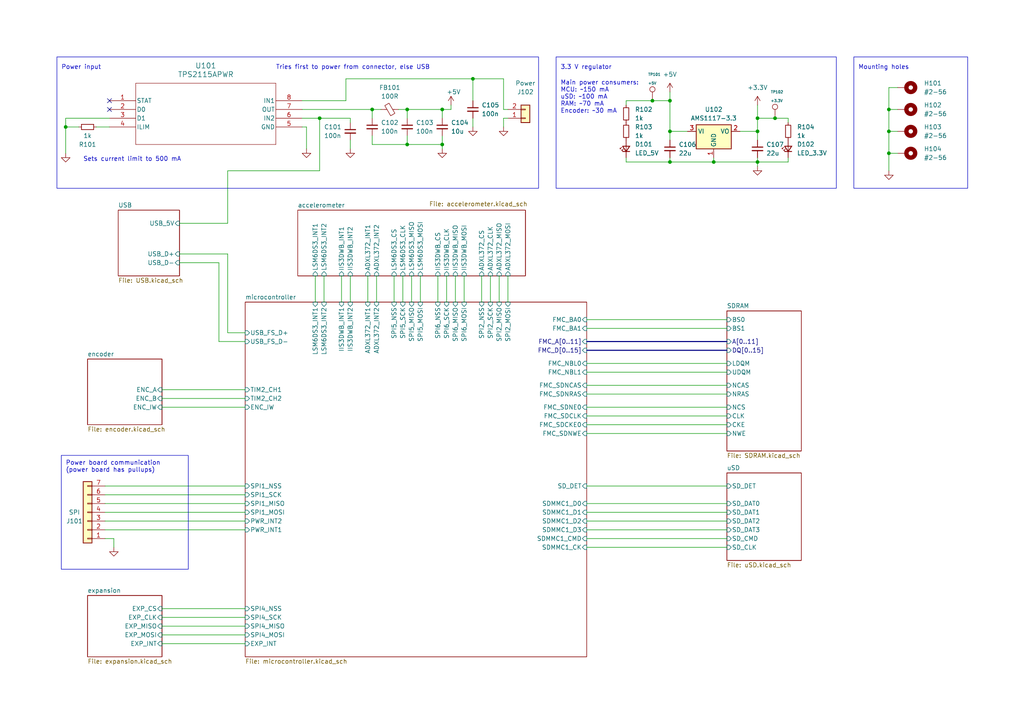
<source format=kicad_sch>
(kicad_sch (version 20231120) (generator "eeschema") (generator_version "8.0")
  (paper "A4")
  (lib_symbols
    (symbol "ActiveImpactor_Control:TPS2115APWR" (pin_names (offset 0.254))
      (property "Reference" "U" (at 27.94 10.16 0))
      (property "Value" "TPS2115APWR" (at 27.94 7.62 0))
      (symbol "TPS2115APWR_0_1"
        (polyline (pts (xy 7.62 -12.7) (xy 48.26 -12.7)) (stroke (width 0.127)))
        (polyline (pts (xy 7.62 5.08) (xy 7.62 -12.7)) (stroke (width 0.127)))
        (polyline (pts (xy 48.26 -12.7) (xy 48.26 5.08)) (stroke (width 0.127)))
        (polyline (pts (xy 48.26 5.08) (xy 7.62 5.08)) (stroke (width 0.127)))
        (pin output line (at 0 0 0) (length 7.62) (name "STAT") (number "1"))
        (pin input line (at 0 -2.54 0) (length 7.62) (name "D0") (number "2"))
        (pin input line (at 0 -5.08 0) (length 7.62) (name "D1") (number "3"))
        (pin input line (at 0 -7.62 0) (length 7.62) (name "ILIM") (number "4"))
        (pin power_in line (at 55.88 -7.62 180) (length 7.62) (name "GND") (number "5"))
        (pin input line (at 55.88 -5.08 180) (length 7.62) (name "IN2") (number "6"))
        (pin output line (at 55.88 -2.54 180) (length 7.62) (name "OUT") (number "7"))
        (pin input line (at 55.88 0 180) (length 7.62) (name "IN1") (number "8"))
      )
    )
    (symbol "Connector:TestPoint" (pin_numbers hide) (pin_names (offset 0.762) hide)
      (property "Reference" "TP" (at 0 6.858 0))
      (property "Value" "TestPoint" (at 0 5.08 0))
      (symbol "TestPoint_0_1"
        (circle (center 0 3.302) (radius 0.762))
      )
      (symbol "TestPoint_1_1"
        (pin passive line (at 0 0 90) (length 2.54) (name "1") (number "1"))
      )
    )
    (symbol "Connector_Generic:Conn_01x02" (pin_names (offset 1.016) hide)
      (property "Reference" "J" (at 0 2.54 0))
      (property "Value" "Conn_01x02" (at 0 -5.08 0))
      (symbol "Conn_01x02_1_1"
        (rectangle (start -1.27 -2.413) (end 0 -2.667) (stroke (width 0.1524)))
        (rectangle (start -1.27 0.127) (end 0 -0.127) (stroke (width 0.1524)))
        (rectangle (start -1.27 1.27) (end 1.27 -3.81) (stroke (width 0.254)) (fill (type background)))
        (pin passive line (at -5.08 0 0) (length 3.81) (name "Pin_1") (number "1"))
        (pin passive line (at -5.08 -2.54 0) (length 3.81) (name "Pin_2") (number "2"))
      )
    )
    (symbol "Connector_Generic:Conn_01x07" (pin_names (offset 1.016) hide)
      (property "Reference" "J" (at 0 10.16 0))
      (property "Value" "Conn_01x07" (at 0 -10.16 0))
      (symbol "Conn_01x07_1_1"
        (rectangle (start -1.27 -7.493) (end 0 -7.747) (stroke (width 0.1524)))
        (rectangle (start -1.27 -4.953) (end 0 -5.207) (stroke (width 0.1524)))
        (rectangle (start -1.27 -2.413) (end 0 -2.667) (stroke (width 0.1524)))
        (rectangle (start -1.27 0.127) (end 0 -0.127) (stroke (width 0.1524)))
        (rectangle (start -1.27 2.667) (end 0 2.413) (stroke (width 0.1524)))
        (rectangle (start -1.27 5.207) (end 0 4.953) (stroke (width 0.1524)))
        (rectangle (start -1.27 7.747) (end 0 7.493) (stroke (width 0.1524)))
        (rectangle (start -1.27 8.89) (end 1.27 -8.89) (stroke (width 0.254)) (fill (type background)))
        (pin passive line (at -5.08 7.62 0) (length 3.81) (name "Pin_1") (number "1"))
        (pin passive line (at -5.08 5.08 0) (length 3.81) (name "Pin_2") (number "2"))
        (pin passive line (at -5.08 2.54 0) (length 3.81) (name "Pin_3") (number "3"))
        (pin passive line (at -5.08 0 0) (length 3.81) (name "Pin_4") (number "4"))
        (pin passive line (at -5.08 -2.54 0) (length 3.81) (name "Pin_5") (number "5"))
        (pin passive line (at -5.08 -5.08 0) (length 3.81) (name "Pin_6") (number "6"))
        (pin passive line (at -5.08 -7.62 0) (length 3.81) (name "Pin_7") (number "7"))
      )
    )
    (symbol "Device:C_Small" (pin_numbers hide) (pin_names (offset 0.254) hide)
      (property "Reference" "C" (at 0.254 1.778 0))
      (property "Value" "C_Small" (at 0.254 -2.032 0))
      (symbol "C_Small_0_1"
        (polyline (pts (xy -1.524 -0.508) (xy 1.524 -0.508)) (stroke (width 0.3302)))
        (polyline (pts (xy -1.524 0.508) (xy 1.524 0.508)) (stroke (width 0.3048)))
      )
      (symbol "C_Small_1_1"
        (pin passive line (at 0 2.54 270) (length 2.032) (name "~") (number "1"))
        (pin passive line (at 0 -2.54 90) (length 2.032) (name "~") (number "2"))
      )
    )
    (symbol "Device:FerriteBead_Small" (pin_numbers hide) (pin_names (offset 0))
      (property "Reference" "FB" (at 1.905 1.27 0))
      (property "Value" "FerriteBead_Small" (at 1.905 -1.27 0))
      (symbol "FerriteBead_Small_0_1"
        (polyline (pts (xy 0 -1.27) (xy 0 -0.7874)))
        (polyline (pts (xy 0 0.889) (xy 0 1.2954)))
        (polyline (pts (xy -1.8288 0.2794) (xy -1.1176 1.4986) (xy 1.8288 -0.2032) (xy 1.1176 -1.4224) (xy -1.8288 0.2794)))
      )
      (symbol "FerriteBead_Small_1_1"
        (pin passive line (at 0 2.54 270) (length 1.27) (name "~") (number "1"))
        (pin passive line (at 0 -2.54 90) (length 1.27) (name "~") (number "2"))
      )
    )
    (symbol "Device:LED_Small" (pin_numbers hide) (pin_names (offset 0.254) hide)
      (property "Reference" "D" (at -1.27 3.175 0))
      (property "Value" "LED_Small" (at -4.445 -2.54 0))
      (symbol "LED_Small_0_1"
        (polyline (pts (xy -0.762 -1.016) (xy -0.762 1.016)) (stroke (width 0.254)))
        (polyline (pts (xy 1.016 0) (xy -0.762 0)))
        (polyline (pts (xy 0.762 -1.016) (xy -0.762 0) (xy 0.762 1.016) (xy 0.762 -1.016)) (stroke (width 0.254)))
        (polyline (pts (xy 0 0.762) (xy -0.508 1.27) (xy -0.254 1.27) (xy -0.508 1.27) (xy -0.508 1.016)))
        (polyline (pts (xy 0.508 1.27) (xy 0 1.778) (xy 0.254 1.778) (xy 0 1.778) (xy 0 1.524)))
      )
      (symbol "LED_Small_1_1"
        (pin passive line (at -2.54 0 0) (length 1.778) (name "K") (number "1"))
        (pin passive line (at 2.54 0 180) (length 1.778) (name "A") (number "2"))
      )
    )
    (symbol "Device:R_Small" (pin_numbers hide) (pin_names (offset 0.254) hide)
      (property "Reference" "R" (at 0.762 0.508 0))
      (property "Value" "R_Small" (at 0.762 -1.016 0))
      (symbol "R_Small_0_1"
        (rectangle (start -0.762 1.778) (end 0.762 -1.778) (stroke (width 0.2032)))
      )
      (symbol "R_Small_1_1"
        (pin passive line (at 0 2.54 270) (length 0.762) (name "~") (number "1"))
        (pin passive line (at 0 -2.54 90) (length 0.762) (name "~") (number "2"))
      )
    )
    (symbol "Mechanical:MountingHole_Pad" (pin_numbers hide) (pin_names (offset 1.016) hide)
      (property "Reference" "H" (at 0 6.35 0))
      (property "Value" "MountingHole_Pad" (at 0 4.445 0))
      (symbol "MountingHole_Pad_0_1"
        (circle (center 0 1.27) (radius 1.27) (stroke (width 1.27)))
      )
      (symbol "MountingHole_Pad_1_1"
        (pin input line (at 0 -2.54 90) (length 2.54) (name "1") (number "1"))
      )
    )
    (symbol "Regulator_Linear:AMS1117-3.3"
      (property "Reference" "U" (at -3.81 3.175 0))
      (property "Value" "AMS1117-3.3" (at 0 3.175 0))
      (symbol "AMS1117-3.3_0_1"
        (rectangle (start -5.08 -5.08) (end 5.08 1.905) (stroke (width 0.254)) (fill (type background)))
      )
      (symbol "AMS1117-3.3_1_1"
        (pin power_in line (at 0 -7.62 90) (length 2.54) (name "GND") (number "1"))
        (pin power_out line (at 7.62 0 180) (length 2.54) (name "VO") (number "2"))
        (pin power_in line (at -7.62 0 0) (length 2.54) (name "VI") (number "3"))
      )
    )
    (symbol "power:+3.3V" (power) (pin_names (offset 0))
      (property "Value" "+3.3V" (at 0 3.556 0))
      (symbol "+3.3V_0_1"
        (polyline (pts (xy -0.762 1.27) (xy 0 2.54)))
        (polyline (pts (xy 0 0) (xy 0 2.54)))
        (polyline (pts (xy 0 2.54) (xy 0.762 1.27)))
      )
      (symbol "+3.3V_1_1"
        (pin power_in line (at 0 0 90) (length 0) hide (name "+3.3V") (number "1"))
      )
    )
    (symbol "power:+5V" (power) (pin_names (offset 0))
      (property "Value" "+5V" (at 0 3.556 0))
      (symbol "+5V_0_1"
        (polyline (pts (xy -0.762 1.27) (xy 0 2.54)))
        (polyline (pts (xy 0 0) (xy 0 2.54)))
        (polyline (pts (xy 0 2.54) (xy 0.762 1.27)))
      )
      (symbol "+5V_1_1"
        (pin power_in line (at 0 0 90) (length 0) hide (name "+5V") (number "1"))
      )
    )
    (symbol "power:GND" (power) (pin_names (offset 0))
      (property "Value" "GND" (at 0 -3.81 0))
      (symbol "GND_0_1"
        (polyline (pts (xy 0 0) (xy 0 -1.27) (xy 1.27 -1.27) (xy 0 -2.54) (xy -1.27 -1.27) (xy 0 -1.27)))
      )
      (symbol "GND_1_1"
        (pin power_in line (at 0 0 270) (length 0) hide (name "GND") (number "1"))
      )
    )
  )
  (junction (at 118.11 31.75))
  (junction (at 257.81 44.45))
  (junction (at 92.71 34.29))
  (junction (at 219.71 46.99))
  (junction (at 118.11 41.91))
  (junction (at 137.16 22.86))
  (junction (at 194.31 29.21))
  (junction (at 194.31 38.1))
  (junction (at 128.27 31.75))
  (junction (at 224.79 34.29))
  (junction (at 19.05 36.83))
  (junction (at 219.71 34.29))
  (junction (at 189.23 29.21))
  (junction (at 207.01 46.99))
  (junction (at 257.81 31.75))
  (junction (at 194.31 46.99))
  (junction (at 107.95 31.75))
  (junction (at 257.81 38.1))
  (junction (at 219.71 38.1))
  (junction (at 128.27 41.91))
  (no_connect (at 31.75 31.75))
  (no_connect (at 31.75 29.21))
  (wire (pts (xy 228.6 45.72) (xy 228.6 46.99)))
  (wire (pts (xy 181.61 29.21) (xy 189.23 29.21)))
  (wire (pts (xy 130.81 31.75) (xy 130.81 30.48)))
  (wire (pts (xy 170.18 148.59) (xy 210.82 148.59)))
  (wire (pts (xy 199.39 38.1) (xy 194.31 38.1)))
  (wire (pts (xy 228.6 46.99) (xy 219.71 46.99)))
  (wire (pts (xy 144.78 80.01) (xy 144.78 87.63)))
  (wire (pts (xy 46.99 181.61) (xy 71.12 181.61)))
  (wire (pts (xy 170.18 153.67) (xy 210.82 153.67)))
  (wire (pts (xy 260.35 25.4) (xy 257.81 25.4)))
  (bus (pts (xy 170.18 99.06) (xy 210.82 99.06)))
  (wire (pts (xy 146.05 31.75) (xy 147.32 31.75)))
  (wire (pts (xy 207.01 46.99) (xy 219.71 46.99)))
  (wire (pts (xy 31.75 34.29) (xy 19.05 34.29)))
  (wire (pts (xy 181.61 45.72) (xy 181.61 46.99)))
  (wire (pts (xy 46.99 176.53) (xy 71.12 176.53)))
  (wire (pts (xy 139.7 80.01) (xy 139.7 87.63)))
  (wire (pts (xy 114.3 80.01) (xy 114.3 87.63)))
  (wire (pts (xy 30.48 146.05) (xy 71.12 146.05)))
  (wire (pts (xy 170.18 156.21) (xy 210.82 156.21)))
  (wire (pts (xy 194.31 46.99) (xy 207.01 46.99)))
  (wire (pts (xy 52.07 76.2) (xy 63.5 76.2)))
  (wire (pts (xy 66.04 73.66) (xy 66.04 96.52)))
  (wire (pts (xy 33.02 156.21) (xy 30.48 156.21)))
  (wire (pts (xy 107.95 34.29) (xy 107.95 31.75)))
  (wire (pts (xy 219.71 30.48) (xy 219.71 34.29)))
  (wire (pts (xy 63.5 99.06) (xy 71.12 99.06)))
  (wire (pts (xy 228.6 35.56) (xy 228.6 34.29)))
  (wire (pts (xy 128.27 41.91) (xy 128.27 43.18)))
  (wire (pts (xy 142.24 80.01) (xy 142.24 87.63)))
  (wire (pts (xy 121.92 80.01) (xy 121.92 87.63)))
  (wire (pts (xy 87.63 29.21) (xy 100.33 29.21)))
  (wire (pts (xy 46.99 118.11) (xy 71.12 118.11)))
  (wire (pts (xy 260.35 44.45) (xy 257.81 44.45)))
  (wire (pts (xy 170.18 140.97) (xy 210.82 140.97)))
  (wire (pts (xy 170.18 105.41) (xy 210.82 105.41)))
  (wire (pts (xy 46.99 179.07) (xy 71.12 179.07)))
  (wire (pts (xy 100.33 22.86) (xy 137.16 22.86)))
  (wire (pts (xy 107.95 39.37) (xy 107.95 41.91)))
  (wire (pts (xy 170.18 92.71) (xy 210.82 92.71)))
  (wire (pts (xy 101.6 35.56) (xy 101.6 34.29)))
  (wire (pts (xy 170.18 118.11) (xy 210.82 118.11)))
  (wire (pts (xy 91.44 80.01) (xy 91.44 87.63)))
  (wire (pts (xy 119.38 80.01) (xy 119.38 87.63)))
  (wire (pts (xy 170.18 151.13) (xy 210.82 151.13)))
  (wire (pts (xy 63.5 76.2) (xy 63.5 99.06)))
  (wire (pts (xy 107.95 41.91) (xy 118.11 41.91)))
  (wire (pts (xy 30.48 148.59) (xy 71.12 148.59)))
  (wire (pts (xy 115.57 31.75) (xy 118.11 31.75)))
  (wire (pts (xy 99.06 80.01) (xy 99.06 87.63)))
  (wire (pts (xy 170.18 120.65) (xy 210.82 120.65)))
  (wire (pts (xy 129.54 80.01) (xy 129.54 87.63)))
  (wire (pts (xy 52.07 73.66) (xy 66.04 73.66)))
  (wire (pts (xy 257.81 31.75) (xy 257.81 38.1)))
  (bus (pts (xy 170.18 101.6) (xy 210.82 101.6)))
  (wire (pts (xy 170.18 125.73) (xy 210.82 125.73)))
  (wire (pts (xy 207.01 45.72) (xy 207.01 46.99)))
  (wire (pts (xy 101.6 80.01) (xy 101.6 87.63)))
  (wire (pts (xy 118.11 41.91) (xy 128.27 41.91)))
  (wire (pts (xy 260.35 31.75) (xy 257.81 31.75)))
  (wire (pts (xy 66.04 49.53) (xy 92.71 49.53)))
  (wire (pts (xy 30.48 143.51) (xy 71.12 143.51)))
  (wire (pts (xy 100.33 22.86) (xy 100.33 29.21)))
  (wire (pts (xy 228.6 34.29) (xy 224.79 34.29)))
  (wire (pts (xy 137.16 22.86) (xy 137.16 29.21)))
  (wire (pts (xy 19.05 36.83) (xy 19.05 44.45)))
  (wire (pts (xy 118.11 39.37) (xy 118.11 41.91)))
  (wire (pts (xy 170.18 158.75) (xy 210.82 158.75)))
  (wire (pts (xy 219.71 34.29) (xy 219.71 38.1)))
  (wire (pts (xy 224.79 34.29) (xy 219.71 34.29)))
  (wire (pts (xy 116.84 80.01) (xy 116.84 87.63)))
  (wire (pts (xy 27.94 36.83) (xy 31.75 36.83)))
  (wire (pts (xy 147.32 80.01) (xy 147.32 87.63)))
  (wire (pts (xy 92.71 34.29) (xy 101.6 34.29)))
  (wire (pts (xy 194.31 38.1) (xy 194.31 40.64)))
  (wire (pts (xy 30.48 153.67) (xy 71.12 153.67)))
  (wire (pts (xy 189.23 29.21) (xy 194.31 29.21)))
  (wire (pts (xy 194.31 26.67) (xy 194.31 29.21)))
  (wire (pts (xy 30.48 140.97) (xy 71.12 140.97)))
  (wire (pts (xy 118.11 31.75) (xy 118.11 34.29)))
  (wire (pts (xy 257.81 38.1) (xy 257.81 44.45)))
  (wire (pts (xy 66.04 64.77) (xy 66.04 49.53)))
  (wire (pts (xy 128.27 31.75) (xy 130.81 31.75)))
  (wire (pts (xy 181.61 30.48) (xy 181.61 29.21)))
  (wire (pts (xy 194.31 45.72) (xy 194.31 46.99)))
  (wire (pts (xy 88.9 43.18) (xy 88.9 36.83)))
  (wire (pts (xy 170.18 146.05) (xy 210.82 146.05)))
  (wire (pts (xy 128.27 31.75) (xy 128.27 34.29)))
  (wire (pts (xy 46.99 115.57) (xy 71.12 115.57)))
  (wire (pts (xy 219.71 38.1) (xy 214.63 38.1)))
  (wire (pts (xy 107.95 31.75) (xy 110.49 31.75)))
  (wire (pts (xy 146.05 36.83) (xy 146.05 34.29)))
  (wire (pts (xy 181.61 46.99) (xy 194.31 46.99)))
  (wire (pts (xy 19.05 34.29) (xy 19.05 36.83)))
  (wire (pts (xy 101.6 40.64) (xy 101.6 43.18)))
  (wire (pts (xy 33.02 158.75) (xy 33.02 156.21)))
  (wire (pts (xy 87.63 34.29) (xy 92.71 34.29)))
  (wire (pts (xy 88.9 36.83) (xy 87.63 36.83)))
  (wire (pts (xy 52.07 64.77) (xy 66.04 64.77)))
  (wire (pts (xy 109.22 80.01) (xy 109.22 87.63)))
  (wire (pts (xy 87.63 31.75) (xy 107.95 31.75)))
  (wire (pts (xy 118.11 31.75) (xy 128.27 31.75)))
  (wire (pts (xy 19.05 36.83) (xy 22.86 36.83)))
  (wire (pts (xy 170.18 114.3) (xy 210.82 114.3)))
  (wire (pts (xy 219.71 45.72) (xy 219.71 46.99)))
  (wire (pts (xy 146.05 22.86) (xy 146.05 31.75)))
  (wire (pts (xy 46.99 186.69) (xy 71.12 186.69)))
  (wire (pts (xy 194.31 29.21) (xy 194.31 38.1)))
  (wire (pts (xy 93.98 80.01) (xy 93.98 87.63)))
  (wire (pts (xy 257.81 49.53) (xy 257.81 44.45)))
  (wire (pts (xy 92.71 49.53) (xy 92.71 34.29)))
  (wire (pts (xy 219.71 40.64) (xy 219.71 38.1)))
  (wire (pts (xy 106.68 80.01) (xy 106.68 87.63)))
  (wire (pts (xy 127 80.01) (xy 127 87.63)))
  (wire (pts (xy 128.27 39.37) (xy 128.27 41.91)))
  (wire (pts (xy 257.81 25.4) (xy 257.81 31.75)))
  (wire (pts (xy 137.16 34.29) (xy 137.16 36.83)))
  (wire (pts (xy 132.08 80.01) (xy 132.08 87.63)))
  (wire (pts (xy 46.99 184.15) (xy 71.12 184.15)))
  (wire (pts (xy 260.35 38.1) (xy 257.81 38.1)))
  (wire (pts (xy 134.62 80.01) (xy 134.62 87.63)))
  (wire (pts (xy 146.05 34.29) (xy 147.32 34.29)))
  (wire (pts (xy 146.05 22.86) (xy 137.16 22.86)))
  (wire (pts (xy 66.04 96.52) (xy 71.12 96.52)))
  (wire (pts (xy 170.18 107.95) (xy 210.82 107.95)))
  (wire (pts (xy 170.18 123.19) (xy 210.82 123.19)))
  (wire (pts (xy 46.99 113.03) (xy 71.12 113.03)))
  (wire (pts (xy 170.18 111.76) (xy 210.82 111.76)))
  (wire (pts (xy 219.71 46.99) (xy 219.71 48.26)))
  (wire (pts (xy 170.18 95.25) (xy 210.82 95.25)))
  (wire (pts (xy 30.48 151.13) (xy 71.12 151.13)))
  (rectangle (start 161.29 16.51) (end 242.57 54.61))
  (rectangle (start 247.65 16.51) (end 280.67 54.61))
  (rectangle (start 16.51 16.51) (end 156.21 54.61))
  (rectangle (start 17.78 132.08) (end 54.61 165.1))
  (text "Mounting holes" (at 248.92 20.32 0) (effects (font (size 1.27 1.27)) (justify left bottom)))
  (text "Power input" (at 17.78 20.32 0) (effects (font (size 1.27 1.27)) (justify left bottom)))
  (text "Power board communication\n(power board has pullups)" (at 19.05 137.16 0) (effects (font (size 1.27 1.27)) (justify left bottom)))
  (text "Tries first to power from connector, else USB" (at 80.01 20.32 0) (effects (font (size 1.27 1.27)) (justify left bottom)))
  (text "Main power consumers:\nMCU: ~150 mA\nuSD: ~100 mA\nRAM: ~70 mA\nEncoder: ~30 mA\n" (at 162.56 33.02 0) (effects (font (size 1.27 1.27)) (justify left bottom)))
  (text "3.3 V regulator" (at 162.56 20.32 0) (effects (font (size 1.27 1.27)) (justify left bottom)))
  (text "Sets current limit to 500 mA" (at 24.13 46.99 0) (effects (font (size 1.27 1.27)) (justify left bottom)))
  (symbol (lib_id "power:GND") (at 146.05 36.83 0) (unit 1)
    (property "Reference" "#PWR0108" (effects (hide yes)))
    (property "Value" "GND" (effects (hide yes)))
  )
  (symbol (lib_id "power:GND") (at 219.71 48.26 0) (unit 1)
    (property "Reference" "#PWR0111" (effects (hide yes)))
    (property "Value" "GND" (effects (hide yes)))
  )
  (symbol (lib_id "Device:R_Small") (at 228.6 38.1 0) (unit 1)
    (property "Reference" "R104" (at 231.14 36.83 0) (effects (justify left)))
    (property "Value" "1k" (at 231.14 39.37 0) (effects (justify left)))
    (property "Footprint" "Resistor_SMD:R_0402_1005Metric" (effects (hide yes)))
    (property "LCSC" "C11702" (effects (hide yes)))
  )
  (symbol (lib_id "Mechanical:MountingHole_Pad") (at 262.89 44.45 270) (unit 1) (in_bom no)
    (property "Reference" "H104" (at 267.97 43.18 90) (effects (justify left)))
    (property "Value" "#2-56" (at 267.97 45.72 90) (effects (justify left)))
    (property "Footprint" "MountingHole:MountingHole_2.5mm_Pad" (effects (hide yes)))
  )
  (symbol (lib_id "Device:C_Small") (at 107.95 36.83 0) (unit 1)
    (property "Reference" "C102" (at 110.49 35.56 0) (effects (justify left)))
    (property "Value" "100n" (at 110.49 38.1 0) (effects (justify left)))
    (property "Footprint" "Capacitor_SMD:C_0402_1005Metric" (effects (hide yes)))
    (property "LCSC" "C1525" (effects (hide yes)))
  )
  (symbol (lib_id "Device:LED_Small") (at 228.6 43.18 90) (unit 1)
    (property "Reference" "D102" (at 231.14 41.8465 90) (effects (justify right)))
    (property "Value" "LED_3.3V" (at 231.14 44.3865 90) (effects (justify right)))
    (property "Footprint" "LED_SMD:LED_0603_1608Metric" (effects (hide yes)))
    (property "LCSC" "C965805" (effects (hide yes)))
  )
  (symbol (lib_id "Connector_Generic:Conn_01x02") (at 152.4 34.29 0) (mirror x) (unit 1) (in_bom no)
    (property "Reference" "J102" (at 152.4 26.67 0))
    (property "Value" "Power" (at 152.4 24.13 0))
    (property "Footprint" "Connector_JST:JST_PH_B2B-PH-SM4-TB_1x02-1MP_P2.00mm_Vertical" (effects (hide yes)))
    (property "Digikey" "455-B2B-PH-SM4-TBCT-ND" (effects (hide yes)))
  )
  (symbol (lib_id "Device:FerriteBead_Small") (at 113.03 31.75 270) (mirror x) (unit 1)
    (property "Reference" "FB101" (at 113.0681 25.4 90))
    (property "Value" "100R" (at 113.0681 27.94 90))
    (property "Footprint" "Inductor_SMD:L_0603_1608Metric" (effects (hide yes)))
    (property "LCSC" "C1002" (effects (hide yes)))
  )
  (symbol (lib_id "Device:C_Small") (at 137.16 31.75 0) (unit 1)
    (property "Reference" "C105" (at 139.7 30.4863 0) (effects (justify left)))
    (property "Value" "100n" (at 139.7 33.0263 0) (effects (justify left)))
    (property "Footprint" "Capacitor_SMD:C_0402_1005Metric" (effects (hide yes)))
    (property "LCSC" "C1525" (effects (hide yes)))
  )
  (symbol (lib_id "power:+3.3V") (at 219.71 30.48 0) (unit 1)
    (property "Reference" "#PWR0110" (effects (hide yes)))
    (property "Value" "+3.3V" (at 219.71 25.4 0))
  )
  (symbol (lib_id "Regulator_Linear:AMS1117-3.3") (at 207.01 38.1 0) (unit 1)
    (property "Reference" "U102" (at 207.01 31.75 0))
    (property "Value" "AMS1117-3.3" (at 207.01 34.29 0))
    (property "Footprint" "Package_TO_SOT_SMD:SOT-223-3_TabPin2" (effects (hide yes)))
    (property "Datasheet" "http://www.advanced-monolithic.com/pdf/ds1117.pdf" (effects (hide yes)))
    (property "LCSC" "C6186" (effects (hide yes)))
  )
  (symbol (lib_id "Device:R_Small") (at 181.61 33.02 0) (unit 1)
    (property "Reference" "R102" (at 184.15 31.75 0) (effects (justify left)))
    (property "Value" "1k" (at 184.15 34.29 0) (effects (justify left)))
    (property "Footprint" "Resistor_SMD:R_0402_1005Metric" (effects (hide yes)))
    (property "LCSC" "C11702" (effects (hide yes)))
  )
  (symbol (lib_id "Device:C_Small") (at 194.31 43.18 0) (unit 1)
    (property "Reference" "C106" (at 196.85 41.9163 0) (effects (justify left)))
    (property "Value" "22u" (at 196.85 44.4563 0) (effects (justify left)))
    (property "Footprint" "Capacitor_SMD:C_0603_1608Metric" (effects (hide yes)))
    (property "LCSC" "C2762594" (effects (hide yes)))
  )
  (symbol (lib_id "power:+5V") (at 194.31 26.67 0) (unit 1)
    (property "Reference" "#PWR0109" (effects (hide yes)))
    (property "Value" "+5V" (at 194.31 21.59 0))
  )
  (symbol (lib_id "power:GND") (at 128.27 43.18 0) (unit 1)
    (property "Reference" "#PWR0105" (effects (hide yes)))
    (property "Value" "GND" (effects (hide yes)))
  )
  (symbol (lib_id "ActiveImpactor_Control:TPS2115APWR") (at 31.75 29.21 0) (unit 1)
    (property "Reference" "U101" (at 59.69 19.05 0) (effects (font (size 1.524 1.524))))
    (property "Value" "TPS2115APWR" (at 59.69 21.59 0) (effects (font (size 1.524 1.524))))
    (property "Footprint" "Package_SO:TSSOP-8_4.4x3mm_P0.65mm" (effects (hide yes)))
    (property "LCSC" "C70287" (effects (hide yes)))
  )
  (symbol (lib_id "Connector_Generic:Conn_01x07") (at 25.4 148.59 180) (unit 1) (in_bom no)
    (property "Reference" "J101" (at 21.59 151.13 0))
    (property "Value" "SPI" (at 21.59 148.59 0))
    (property "Footprint" "Connector_JST:JST_SH_BM07B-SRSS-TB_1x07-1MP_P1.00mm_Vertical" (effects (hide yes)))
    (property "Digikey" "455-BM07B-SRSS-TBCT-ND" (effects (hide yes)))
  )
  (symbol (lib_id "power:GND") (at 101.6 43.18 0) (unit 1)
    (property "Reference" "#PWR0104" (effects (hide yes)))
    (property "Value" "GND" (effects (hide yes)))
  )
  (symbol (lib_id "Device:R_Small") (at 181.61 38.1 0) (unit 1)
    (property "Reference" "R103" (at 184.15 36.83 0) (effects (justify left)))
    (property "Value" "1k" (at 184.15 39.37 0) (effects (justify left)))
    (property "Footprint" "Resistor_SMD:R_0402_1005Metric" (effects (hide yes)))
    (property "LCSC" "C11702" (effects (hide yes)))
  )
  (symbol (lib_id "Device:C_Small") (at 118.11 36.83 0) (unit 1)
    (property "Reference" "C103" (at 120.65 35.5663 0) (effects (justify left)))
    (property "Value" "100n" (at 120.65 38.1063 0) (effects (justify left)))
    (property "Footprint" "Capacitor_SMD:C_0402_1005Metric" (effects (hide yes)))
    (property "LCSC" "C1525" (effects (hide yes)))
  )
  (symbol (lib_id "Device:C_Small") (at 219.71 43.18 0) (unit 1)
    (property "Reference" "C107" (at 222.25 41.9163 0) (effects (justify left)))
    (property "Value" "22u" (at 222.25 44.4563 0) (effects (justify left)))
    (property "Footprint" "Capacitor_SMD:C_0603_1608Metric" (effects (hide yes)))
    (property "LCSC" "C2762594" (effects (hide yes)))
  )
  (symbol (lib_id "Device:R_Small") (at 25.4 36.83 270) (mirror x) (unit 1)
    (property "Reference" "R101" (at 25.4 41.91 90))
    (property "Value" "1k" (at 25.4 39.37 90))
    (property "Footprint" "Resistor_SMD:R_0402_1005Metric" (effects (hide yes)))
    (property "LCSC" "C11702" (effects (hide yes)))
  )
  (symbol (lib_id "Device:LED_Small") (at 181.61 43.18 90) (unit 1)
    (property "Reference" "D101" (at 184.15 41.8465 90) (effects (justify right)))
    (property "Value" "LED_5V" (at 184.15 44.3865 90) (effects (justify right)))
    (property "Footprint" "LED_SMD:LED_0603_1608Metric" (effects (hide yes)))
    (property "LCSC" "C965805" (effects (hide yes)))
  )
  (symbol (lib_id "Connector:TestPoint") (at 189.23 29.21 0) (unit 1) (in_bom no)
    (property "Reference" "TP101" (at 187.96 21.59 0) (effects (font (size 0.762 0.762)) (justify left)))
    (property "Value" "+5V" (at 187.96 24.13 0) (effects (font (size 0.762 0.762)) (justify left)))
    (property "Footprint" "TestPoint:TestPoint_Pad_D1.0mm" (effects (hide yes)))
  )
  (symbol (lib_id "power:GND") (at 257.81 49.53 0) (unit 1)
    (property "Reference" "#PWR0112" (effects (hide yes)))
    (property "Value" "GND" (effects (hide yes)))
  )
  (symbol (lib_id "power:GND") (at 88.9 43.18 0) (unit 1)
    (property "Reference" "#PWR0103" (effects (hide yes)))
    (property "Value" "GND" (effects (hide yes)))
  )
  (symbol (lib_id "power:+5V") (at 130.81 30.48 0) (unit 1)
    (property "Reference" "#PWR0106" (effects (hide yes)))
    (property "Value" "+5V" (at 129.54 26.67 0) (effects (justify left)))
  )
  (symbol (lib_id "power:GND") (at 19.05 44.45 0) (unit 1)
    (property "Reference" "#PWR0101" (effects (hide yes)))
    (property "Value" "GND" (effects (hide yes)))
  )
  (symbol (lib_id "Device:C_Small") (at 128.27 36.83 0) (unit 1)
    (property "Reference" "C104" (at 130.81 35.5663 0) (effects (justify left)))
    (property "Value" "10u" (at 130.81 38.1063 0) (effects (justify left)))
    (property "Footprint" "Capacitor_SMD:C_0603_1608Metric" (effects (hide yes)))
    (property "LCSC" "C19702" (effects (hide yes)))
  )
  (symbol (lib_id "Mechanical:MountingHole_Pad") (at 262.89 25.4 270) (unit 1) (in_bom no)
    (property "Reference" "H101" (at 267.97 24.13 90) (effects (justify left)))
    (property "Value" "#2-56" (at 267.97 26.67 90) (effects (justify left)))
    (property "Footprint" "MountingHole:MountingHole_2.5mm_Pad" (effects (hide yes)))
  )
  (symbol (lib_id "power:GND") (at 33.02 158.75 0) (unit 1)
    (property "Reference" "#PWR0102" (effects (hide yes)))
    (property "Value" "GND" (effects (hide yes)))
  )
  (symbol (lib_id "power:GND") (at 137.16 36.83 0) (unit 1)
    (property "Reference" "#PWR0107" (effects (hide yes)))
    (property "Value" "GND" (effects (hide yes)))
  )
  (symbol (lib_id "Mechanical:MountingHole_Pad") (at 262.89 38.1 270) (unit 1) (in_bom no)
    (property "Reference" "H103" (at 267.97 36.83 90) (effects (justify left)))
    (property "Value" "#2-56" (at 267.97 39.37 90) (effects (justify left)))
    (property "Footprint" "MountingHole:MountingHole_2.5mm_Pad" (effects (hide yes)))
  )
  (symbol (lib_id "Connector:TestPoint") (at 224.79 34.29 0) (unit 1) (in_bom no)
    (property "Reference" "TP102" (at 223.52 26.67 0) (effects (font (size 0.762 0.762)) (justify left)))
    (property "Value" "+3.3V" (at 223.52 29.21 0) (effects (font (size 0.762 0.762)) (justify left)))
    (property "Footprint" "TestPoint:TestPoint_Pad_D1.0mm" (effects (hide yes)))
  )
  (symbol (lib_id "Mechanical:MountingHole_Pad") (at 262.89 31.75 270) (unit 1) (in_bom no)
    (property "Reference" "H102" (at 267.97 30.48 90) (effects (justify left)))
    (property "Value" "#2-56" (at 267.97 33.02 90) (effects (justify left)))
    (property "Footprint" "MountingHole:MountingHole_2.5mm_Pad" (effects (hide yes)))
  )
  (symbol (lib_id "Device:C_Small") (at 101.6 38.1 0) (unit 1)
    (property "Reference" "C101" (at 93.98 36.83 0) (effects (justify left)))
    (property "Value" "100n" (at 93.98 39.37 0) (effects (justify left)))
    (property "Footprint" "Capacitor_SMD:C_0402_1005Metric" (effects (hide yes)))
    (property "LCSC" "C1525" (effects (hide yes)))
  )
  (sheet (at 210.82 90.17) (size 21.59 40.64) (stroke (width 0.1524))
    (property "Sheetname" "SDRAM" (at 210.82 89.4584 0) (effects (justify left bottom)))
    (property "Sheetfile" "SDRAM.kicad_sch" (at 210.82 131.3946 0) (effects (justify left top)))
    (pin "BS1" input (at 210.82 95.25 180))
    (pin "BS0" input (at 210.82 92.71 180))
    (pin "CLK" input (at 210.82 120.65 180))
    (pin "NCS" input (at 210.82 118.11 180))
    (pin "A[0..11]" input (at 210.82 99.06 180))
    (pin "DQ[0..15]" input (at 210.82 101.6 180))
    (pin "CKE" input (at 210.82 123.19 180))
    (pin "NCAS" input (at 210.82 111.76 180))
    (pin "UDQM" input (at 210.82 107.95 180))
    (pin "NRAS" input (at 210.82 114.3 180))
    (pin "LDQM" input (at 210.82 105.41 180))
    (pin "NWE" input (at 210.82 125.73 180))
  )
  (sheet (at 25.4 172.72) (size 21.59 17.78) (stroke (width 0.1524))
    (property "Sheetname" "expansion" (at 25.4 172.0084 0) (effects (justify left bottom)))
    (property "Sheetfile" "expansion.kicad_sch" (at 25.4 191.0846 0) (effects (justify left top)))
    (pin "EXP_CLK" input (at 46.99 179.07 0))
    (pin "EXP_CS" input (at 46.99 176.53 0))
    (pin "EXP_MISO" input (at 46.99 181.61 0))
    (pin "EXP_INT" input (at 46.99 186.69 0))
    (pin "EXP_MOSI" input (at 46.99 184.15 0))
  )
  (sheet (at 71.12 87.63) (size 99.06 102.87) (stroke (width 0.1524))
    (property "Sheetname" "microcontroller" (at 71.12 86.9184 0) (effects (justify left bottom)))
    (property "Sheetfile" "microcontroller.kicad_sch" (at 71.12 191.0846 0) (effects (justify left top)))
    (pin "SPI4_NSS" input (at 71.12 176.53 180))
    (pin "USB_FS_D-" input (at 71.12 99.06 180))
    (pin "SPI1_MOSI" input (at 71.12 148.59 180))
    (pin "SPI1_MISO" input (at 71.12 146.05 180))
    (pin "USB_FS_D+" input (at 71.12 96.52 180))
    (pin "SPI1_NSS" input (at 71.12 140.97 180))
    (pin "SDMMC1_D3" input (at 170.18 153.67 0))
    (pin "SDMMC1_CMD" input (at 170.18 156.21 0))
    (pin "SPI6_MOSI" input (at 134.62 87.63 90))
    (pin "SPI6_NSS" input (at 127 87.63 90))
    (pin "FMC_NBL1" input (at 170.18 107.95 0))
    (pin "SPI6_SCK" input (at 129.54 87.63 90))
    (pin "SPI6_MISO" input (at 132.08 87.63 90))
    (pin "FMC_NBL0" input (at 170.18 105.41 0))
    (pin "SPI2_MISO" input (at 144.78 87.63 90))
    (pin "SPI2_MOSI" input (at 147.32 87.63 90))
    (pin "FMC_SDNRAS" input (at 170.18 114.3 0))
    (pin "SD_DET" input (at 170.18 140.97 0))
    (pin "SPI5_NSS" input (at 114.3 87.63 90))
    (pin "SPI5_SCK" input (at 116.84 87.63 90))
    (pin "SDMMC1_D0" input (at 170.18 146.05 0))
    (pin "SPI5_MOSI" input (at 121.92 87.63 90))
    (pin "SDMMC1_D1" input (at 170.18 148.59 0))
    (pin "FMC_SDNWE" input (at 170.18 125.73 0))
    (pin "FMC_SDNE0" input (at 170.18 118.11 0))
    (pin "FMC_SDCKE0" input (at 170.18 123.19 0))
    (pin "ENC_IW" input (at 71.12 118.11 180))
    (pin "ADXL372_INT2" input (at 109.22 87.63 90))
    (pin "PWR_INT1" input (at 71.12 153.67 180))
    (pin "PWR_INT2" input (at 71.12 151.13 180))
    (pin "EXP_INT" input (at 71.12 186.69 180))
    (pin "IIS3DWB_INT1" input (at 99.06 87.63 90))
    (pin "LSM6DS3_INT1" input (at 91.44 87.63 90))
    (pin "IIS3DWB_INT2" input (at 101.6 87.63 90))
    (pin "LSM6DS3_INT2" input (at 93.98 87.63 90))
    (pin "ADXL372_INT1" input (at 106.68 87.63 90))
    (pin "SDMMC1_CK" input (at 170.18 158.75 0))
    (pin "SDMMC1_D2" input (at 170.18 151.13 0))
    (pin "FMC_D[0..15]" input (at 170.18 101.6 0))
    (pin "FMC_SDNCAS" input (at 170.18 111.76 0))
    (pin "SPI1_SCK" input (at 71.12 143.51 180))
    (pin "SPI4_SCK" input (at 71.12 179.07 180))
    (pin "SPI2_NSS" input (at 139.7 87.63 90))
    (pin "SPI4_MISO" input (at 71.12 181.61 180))
    (pin "SPI4_MOSI" input (at 71.12 184.15 180))
    (pin "FMC_BA1" input (at 170.18 95.25 0))
    (pin "FMC_SDCLK" input (at 170.18 120.65 0))
    (pin "FMC_BA0" input (at 170.18 92.71 0))
    (pin "FMC_A[0..11]" input (at 170.18 99.06 0))
    (pin "SPI2_SCK" input (at 142.24 87.63 90))
    (pin "SPI5_MISO" input (at 119.38 87.63 90))
    (pin "TIM2_CH2" input (at 71.12 115.57 180))
    (pin "TIM2_CH1" input (at 71.12 113.03 180))
  )
  (sheet (at 34.29 60.96) (size 17.78 19.05) (stroke (width 0.1524))
    (property "Sheetname" "USB" (at 34.29 60.2484 0) (effects (justify left bottom)))
    (property "Sheetfile" "USB.kicad_sch" (at 34.29 80.5946 0) (effects (justify left top)))
    (pin "USB_5V" input (at 52.07 64.77 0))
    (pin "USB_D+" input (at 52.07 73.66 0))
    (pin "USB_D-" input (at 52.07 76.2 0))
  )
  (sheet (at 86.36 60.96) (size 66.04 19.05) (stroke (width 0.1524))
    (property "Sheetname" "accelerometer" (at 86.36 60.2484 0) (effects (justify left bottom)))
    (property "Sheetfile" "accelerometer.kicad_sch" (at 124.46 58.42 0) (effects (justify left top)))
    (pin "ADXL372_CS" input (at 139.7 80.01 270))
    (pin "ADXL372_MOSI" input (at 147.32 80.01 270))
    (pin "ADXL372_MISO" input (at 144.78 80.01 270))
    (pin "ADXL372_CLK" input (at 142.24 80.01 270))
    (pin "ADXL372_INT2" input (at 109.22 80.01 270))
    (pin "ADXL372_INT1" input (at 106.68 80.01 270))
    (pin "IIS3DWB_MISO" input (at 132.08 80.01 270))
    (pin "IIS3DWB_CS" input (at 127 80.01 270))
    (pin "IIS3DWB_CLK" input (at 129.54 80.01 270))
    (pin "IIS3DWB_MOSI" input (at 134.62 80.01 270))
    (pin "IIS3DWB_INT2" input (at 101.6 80.01 270))
    (pin "IIS3DWB_INT1" input (at 99.06 80.01 270))
    (pin "LSM6DS3_CLK" input (at 116.84 80.01 270))
    (pin "LSM6DS3_MOSI" input (at 121.92 80.01 270))
    (pin "LSM6DS3_CS" input (at 114.3 80.01 270))
    (pin "LSM6DS3_MISO" input (at 119.38 80.01 270))
    (pin "LSM6DS3_INT2" input (at 93.98 80.01 270))
    (pin "LSM6DS3_INT1" input (at 91.44 80.01 270))
  )
  (sheet (at 210.82 137.16) (size 21.59 25.4) (stroke (width 0.1524))
    (property "Sheetname" "uSD" (at 210.82 136.4484 0) (effects (justify left bottom)))
    (property "Sheetfile" "uSD.kicad_sch" (at 210.82 163.1446 0) (effects (justify left top)))
    (pin "SD_DAT0" input (at 210.82 146.05 180))
    (pin "SD_DAT1" input (at 210.82 148.59 180))
    (pin "SD_DET" input (at 210.82 140.97 180))
    (pin "SD_DAT3" input (at 210.82 153.67 180))
    (pin "SD_DAT2" input (at 210.82 151.13 180))
    (pin "SD_CMD" input (at 210.82 156.21 180))
    (pin "SD_CLK" input (at 210.82 158.75 180))
  )
  (sheet (at 25.4 104.14) (size 21.59 19.05) (stroke (width 0.1524))
    (property "Sheetname" "encoder" (at 25.4 103.4284 0) (effects (justify left bottom)))
    (property "Sheetfile" "encoder.kicad_sch" (at 25.4 123.7746 0) (effects (justify left top)))
    (pin "ENC_IW" input (at 46.99 118.11 0))
    (pin "ENC_A" input (at 46.99 113.03 0))
    (pin "ENC_B" input (at 46.99 115.57 0))
  )
)
</source>
